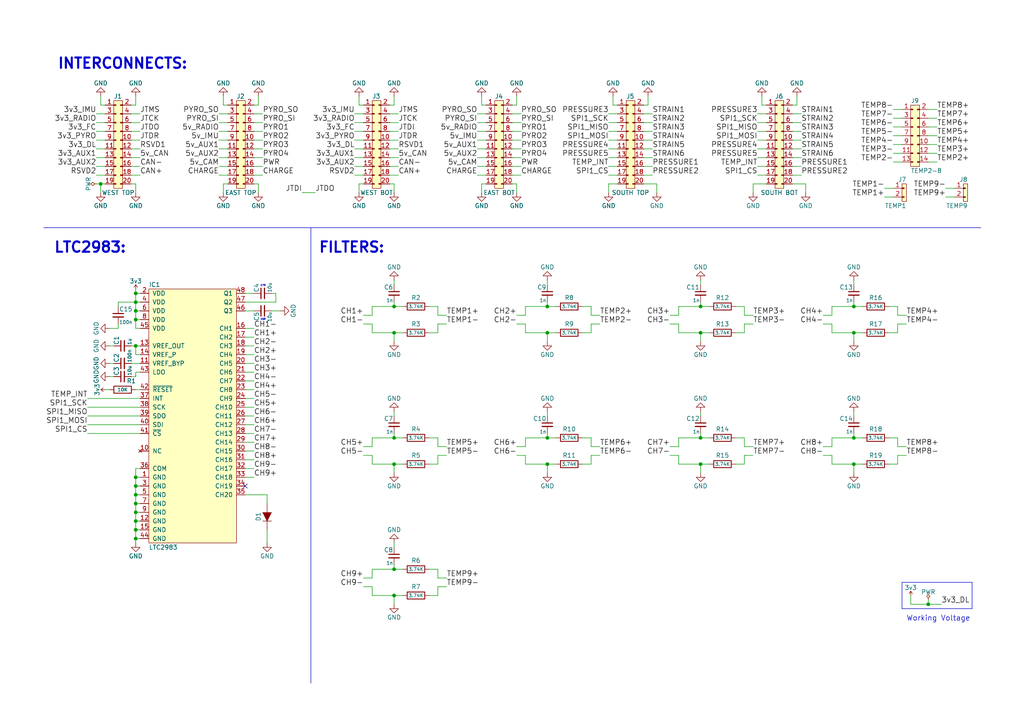
<source format=kicad_sch>
(kicad_sch (version 20230121) (generator eeschema)
  (paper "A4")
  (title_block (title "m3dl - Temperature") (date "2016-06-11") (rev "1") (company "Cambridge University Space Flight") (comment 1 "Matt Coates"))
  (junction (at 158.75 88.9))
  (junction (at 39.37 146.05))
  (junction (at 29.21 53.34))
  (junction (at 39.37 90.17))
  (junction (at 203.2 96.52))
  (junction (at 114.3 127))
  (junction (at 203.2 88.9))
  (junction (at 114.3 172.72))
  (junction (at 247.65 88.9))
  (junction (at 247.65 127))
  (junction (at 203.2 134.62))
  (junction (at 269.24 175.26))
  (junction (at 247.65 96.52))
  (junction (at 114.3 134.62))
  (junction (at 247.65 134.62))
  (junction (at 39.37 140.97))
  (junction (at 39.37 151.13))
  (junction (at 39.37 100.33))
  (junction (at 39.37 153.67))
  (junction (at 39.37 143.51))
  (junction (at 39.37 156.21))
  (junction (at 39.37 85.09))
  (junction (at 158.75 96.52))
  (junction (at 39.37 138.43))
  (junction (at 39.37 87.63))
  (junction (at 158.75 134.62))
  (junction (at 39.37 92.71))
  (junction (at 39.37 148.59))
  (junction (at 114.3 165.1))
  (junction (at 158.75 127))
  (junction (at 114.3 88.9))
  (junction (at 114.3 96.52))
  (junction (at 203.2 127))
  (no_connect (at 71.12 140.97))
  (wire (pts (xy 179.07 48.26) (xy 176.53 48.26)))
  (wire (pts (xy 171.45 88.9) (xy 171.45 91.44)))
  (wire (pts (xy 203.2 134.62) (xy 205.74 134.62)))
  (wire (pts (xy 196.85 93.98) (xy 196.85 96.52)))
  (wire (pts (xy 151.13 48.26) (xy 148.59 48.26)))
  (wire (pts (xy 158.75 88.9) (xy 161.29 88.9)))
  (wire (pts (xy 107.95 96.52) (xy 114.3 96.52)))
  (wire (pts (xy 114.3 127) (xy 116.84 127)))
  (wire (pts (xy 71.12 138.43) (xy 73.66 138.43)))
  (wire (pts (xy 196.85 129.54) (xy 194.31 129.54)))
  (wire (pts (xy 25.4 118.11) (xy 40.64 118.11)))
  (wire (pts (xy 203.2 82.55) (xy 203.2 81.28)))
  (wire (pts (xy 259.08 36.83) (xy 261.62 36.83)))
  (wire (pts (xy 241.3 129.54) (xy 238.76 129.54)))
  (wire (pts (xy 38.1 38.1) (xy 40.64 38.1)))
  (wire (pts (xy 139.7 53.34) (xy 139.7 55.88)))
  (wire (pts (xy 127 170.18) (xy 127 172.72)))
  (wire (pts (xy 194.31 132.08) (xy 196.85 132.08)))
  (wire (pts (xy 114.3 134.62) (xy 116.84 134.62)))
  (wire (pts (xy 148.59 43.18) (xy 151.13 43.18)))
  (wire (pts (xy 179.07 38.1) (xy 176.53 38.1)))
  (wire (pts (xy 158.75 96.52) (xy 161.29 96.52)))
  (wire (pts (xy 127 167.64) (xy 129.54 167.64)))
  (wire (pts (xy 260.35 127) (xy 260.35 129.54)))
  (wire (pts (xy 31.75 95.25) (xy 34.29 95.25)))
  (wire (pts (xy 113.03 33.02) (xy 115.57 33.02)))
  (wire (pts (xy 241.3 96.52) (xy 247.65 96.52)))
  (wire (pts (xy 152.4 88.9) (xy 158.75 88.9)))
  (wire (pts (xy 158.75 87.63) (xy 158.75 88.9)))
  (wire (pts (xy 63.5 45.72) (xy 66.04 45.72)))
  (wire (pts (xy 71.12 87.63) (xy 80.01 87.63)))
  (wire (pts (xy 152.4 91.44) (xy 149.86 91.44)))
  (wire (pts (xy 232.41 40.64) (xy 229.87 40.64)))
  (wire (pts (xy 152.4 91.44) (xy 152.4 88.9)))
  (wire (pts (xy 149.86 30.48) (xy 148.59 30.48)))
  (wire (pts (xy 222.25 38.1) (xy 219.71 38.1)))
  (wire (pts (xy 105.41 38.1) (xy 102.87 38.1)))
  (wire (pts (xy 215.9 132.08) (xy 215.9 134.62)))
  (wire (pts (xy 39.37 87.63) (xy 40.64 87.63)))
  (wire (pts (xy 233.68 53.34) (xy 233.68 55.88)))
  (wire (pts (xy 104.14 53.34) (xy 104.14 55.88)))
  (wire (pts (xy 71.12 105.41) (xy 73.66 105.41)))
  (wire (pts (xy 71.12 133.35) (xy 73.66 133.35)))
  (wire (pts (xy 114.3 96.52) (xy 116.84 96.52)))
  (wire (pts (xy 71.12 130.81) (xy 73.66 130.81)))
  (wire (pts (xy 71.12 135.89) (xy 73.66 135.89)))
  (wire (pts (xy 114.3 120.65) (xy 114.3 119.38)))
  (wire (pts (xy 158.75 125.73) (xy 158.75 127)))
  (wire (pts (xy 105.41 40.64) (xy 102.87 40.64)))
  (wire (pts (xy 260.35 132.08) (xy 262.89 132.08)))
  (wire (pts (xy 73.66 85.09) (xy 71.12 85.09)))
  (wire (pts (xy 39.37 102.87) (xy 40.64 102.87)))
  (wire (pts (xy 229.87 50.8) (xy 232.41 50.8)))
  (wire (pts (xy 269.24 41.91) (xy 271.78 41.91)))
  (wire (pts (xy 194.31 93.98) (xy 196.85 93.98)))
  (wire (pts (xy 215.9 88.9) (xy 213.36 88.9)))
  (wire (pts (xy 171.45 93.98) (xy 171.45 96.52)))
  (wire (pts (xy 186.69 45.72) (xy 189.23 45.72)))
  (wire (pts (xy 114.3 82.55) (xy 114.3 81.28)))
  (wire (pts (xy 171.45 93.98) (xy 173.99 93.98)))
  (wire (pts (xy 241.3 93.98) (xy 241.3 96.52)))
  (wire (pts (xy 196.85 91.44) (xy 196.85 88.9)))
  (wire (pts (xy 78.74 90.17) (xy 81.28 90.17)))
  (wire (pts (xy 139.7 27.94) (xy 139.7 30.48)))
  (wire (pts (xy 64.77 53.34) (xy 64.77 55.88)))
  (wire (pts (xy 73.66 43.18) (xy 76.2 43.18)))
  (wire (pts (xy 39.37 95.25) (xy 40.64 95.25)))
  (wire (pts (xy 127 93.98) (xy 127 96.52)))
  (wire (pts (xy 152.4 127) (xy 158.75 127)))
  (wire (pts (xy 196.85 91.44) (xy 194.31 91.44)))
  (wire (pts (xy 39.37 148.59) (xy 39.37 151.13)))
  (wire (pts (xy 105.41 53.34) (xy 104.14 53.34)))
  (wire (pts (xy 138.43 45.72) (xy 140.97 45.72)))
  (wire (pts (xy 149.86 53.34) (xy 149.86 55.88)))
  (wire (pts (xy 196.85 132.08) (xy 196.85 134.62)))
  (wire (pts (xy 30.48 35.56) (xy 27.94 35.56)))
  (wire (pts (xy 40.64 135.89) (xy 39.37 135.89)))
  (wire (pts (xy 31.75 100.33) (xy 33.02 100.33)))
  (wire (pts (xy 148.59 45.72) (xy 151.13 45.72)))
  (wire (pts (xy 151.13 35.56) (xy 148.59 35.56)))
  (wire (pts (xy 158.75 120.65) (xy 158.75 119.38)))
  (wire (pts (xy 39.37 90.17) (xy 40.64 90.17)))
  (wire (pts (xy 179.07 43.18) (xy 176.53 43.18)))
  (wire (pts (xy 215.9 96.52) (xy 213.36 96.52)))
  (wire (pts (xy 114.3 165.1) (xy 114.3 163.83)))
  (wire (pts (xy 264.16 175.26) (xy 269.24 175.26)))
  (wire (pts (xy 241.3 127) (xy 247.65 127)))
  (wire (pts (xy 127 165.1) (xy 127 167.64)))
  (wire (pts (xy 39.37 151.13) (xy 39.37 153.67)))
  (wire (pts (xy 140.97 33.02) (xy 138.43 33.02)))
  (wire (pts (xy 176.53 50.8) (xy 179.07 50.8)))
  (wire (pts (xy 203.2 120.65) (xy 203.2 119.38)))
  (wire (pts (xy 176.53 40.64) (xy 179.07 40.64)))
  (wire (pts (xy 114.3 27.94) (xy 114.3 30.48)))
  (wire (pts (xy 238.76 93.98) (xy 241.3 93.98)))
  (wire (pts (xy 76.2 40.64) (xy 73.66 40.64)))
  (wire (pts (xy 259.08 57.15) (xy 256.54 57.15)))
  (wire (pts (xy 107.95 134.62) (xy 114.3 134.62)))
  (wire (pts (xy 27.94 53.34) (xy 29.21 53.34)))
  (wire (pts (xy 66.04 43.18) (xy 63.5 43.18)))
  (wire (pts (xy 127 134.62) (xy 124.46 134.62)))
  (wire (pts (xy 38.1 53.34) (xy 39.37 53.34)))
  (wire (pts (xy 71.12 143.51) (xy 77.47 143.51)))
  (polyline (pts (xy 281.94 176.53) (xy 281.94 168.91)))
  (wire (pts (xy 107.95 88.9) (xy 114.3 88.9)))
  (wire (pts (xy 25.4 123.19) (xy 40.64 123.19)))
  (wire (pts (xy 71.12 95.25) (xy 73.66 95.25)))
  (wire (pts (xy 107.95 93.98) (xy 107.95 96.52)))
  (wire (pts (xy 71.12 113.03) (xy 73.66 113.03)))
  (wire (pts (xy 149.86 132.08) (xy 152.4 132.08)))
  (wire (pts (xy 114.3 172.72) (xy 116.84 172.72)))
  (wire (pts (xy 114.3 165.1) (xy 116.84 165.1)))
  (wire (pts (xy 39.37 85.09) (xy 39.37 87.63)))
  (wire (pts (xy 114.3 30.48) (xy 113.03 30.48)))
  (wire (pts (xy 105.41 50.8) (xy 102.87 50.8)))
  (wire (pts (xy 148.59 50.8) (xy 151.13 50.8)))
  (wire (pts (xy 148.59 33.02) (xy 151.13 33.02)))
  (wire (pts (xy 113.03 48.26) (xy 115.57 48.26)))
  (wire (pts (xy 74.93 53.34) (xy 74.93 55.88)))
  (wire (pts (xy 64.77 27.94) (xy 64.77 30.48)))
  (wire (pts (xy 229.87 43.18) (xy 232.41 43.18)))
  (wire (pts (xy 66.04 33.02) (xy 63.5 33.02)))
  (wire (pts (xy 269.24 39.37) (xy 271.78 39.37)))
  (wire (pts (xy 114.3 96.52) (xy 114.3 99.06)))
  (wire (pts (xy 220.98 27.94) (xy 220.98 30.48)))
  (wire (pts (xy 215.9 134.62) (xy 213.36 134.62)))
  (wire (pts (xy 39.37 107.95) (xy 40.64 107.95)))
  (wire (pts (xy 105.41 33.02) (xy 102.87 33.02)))
  (wire (pts (xy 231.14 30.48) (xy 229.87 30.48)))
  (wire (pts (xy 158.75 134.62) (xy 161.29 134.62)))
  (wire (pts (xy 127 127) (xy 124.46 127)))
  (wire (pts (xy 127 132.08) (xy 129.54 132.08)))
  (wire (pts (xy 73.66 38.1) (xy 76.2 38.1)))
  (wire (pts (xy 187.96 27.94) (xy 187.96 30.48)))
  (wire (pts (xy 247.65 88.9) (xy 250.19 88.9)))
  (wire (pts (xy 39.37 92.71) (xy 40.64 92.71)))
  (wire (pts (xy 222.25 33.02) (xy 219.71 33.02)))
  (wire (pts (xy 71.12 90.17) (xy 73.66 90.17)))
  (wire (pts (xy 74.93 27.94) (xy 74.93 30.48)))
  (wire (pts (xy 39.37 156.21) (xy 40.64 156.21)))
  (wire (pts (xy 148.59 53.34) (xy 149.86 53.34)))
  (wire (pts (xy 107.95 167.64) (xy 105.41 167.64)))
  (wire (pts (xy 215.9 88.9) (xy 215.9 91.44)))
  (wire (pts (xy 261.62 31.75) (xy 259.08 31.75)))
  (wire (pts (xy 276.86 57.15) (xy 274.32 57.15)))
  (wire (pts (xy 269.24 46.99) (xy 271.78 46.99)))
  (wire (pts (xy 107.95 167.64) (xy 107.95 165.1)))
  (wire (pts (xy 25.4 115.57) (xy 40.64 115.57)))
  (wire (pts (xy 38.1 50.8) (xy 40.64 50.8)))
  (wire (pts (xy 218.44 53.34) (xy 222.25 53.34)))
  (wire (pts (xy 139.7 30.48) (xy 140.97 30.48)))
  (wire (pts (xy 29.21 27.94) (xy 29.21 30.48)))
  (wire (pts (xy 259.08 34.29) (xy 261.62 34.29)))
  (wire (pts (xy 148.59 38.1) (xy 151.13 38.1)))
  (wire (pts (xy 196.85 88.9) (xy 203.2 88.9)))
  (wire (pts (xy 189.23 40.64) (xy 186.69 40.64)))
  (wire (pts (xy 158.75 134.62) (xy 158.75 137.16)))
  (wire (pts (xy 29.21 30.48) (xy 30.48 30.48)))
  (wire (pts (xy 232.41 35.56) (xy 229.87 35.56)))
  (wire (pts (xy 203.2 134.62) (xy 203.2 137.16)))
  (wire (pts (xy 34.29 88.9) (xy 34.29 87.63)))
  (wire (pts (xy 190.5 53.34) (xy 190.5 55.88)))
  (wire (pts (xy 33.02 105.41) (xy 31.75 105.41)))
  (wire (pts (xy 149.86 93.98) (xy 152.4 93.98)))
  (wire (pts (xy 171.45 134.62) (xy 168.91 134.62)))
  (wire (pts (xy 176.53 53.34) (xy 176.53 55.88)))
  (wire (pts (xy 176.53 53.34) (xy 179.07 53.34)))
  (wire (pts (xy 203.2 125.73) (xy 203.2 127)))
  (wire (pts (xy 229.87 45.72) (xy 232.41 45.72)))
  (wire (pts (xy 215.9 129.54) (xy 218.44 129.54)))
  (wire (pts (xy 38.1 109.22) (xy 39.37 109.22)))
  (wire (pts (xy 39.37 100.33) (xy 39.37 102.87)))
  (wire (pts (xy 171.45 127) (xy 168.91 127)))
  (wire (pts (xy 127 96.52) (xy 124.46 96.52)))
  (wire (pts (xy 40.64 138.43) (xy 39.37 138.43)))
  (wire (pts (xy 222.25 48.26) (xy 219.71 48.26)))
  (wire (pts (xy 241.3 134.62) (xy 247.65 134.62)))
  (wire (pts (xy 232.41 48.26) (xy 229.87 48.26)))
  (wire (pts (xy 247.65 96.52) (xy 250.19 96.52)))
  (wire (pts (xy 39.37 153.67) (xy 40.64 153.67)))
  (wire (pts (xy 30.48 50.8) (xy 27.94 50.8)))
  (wire (pts (xy 127 91.44) (xy 129.54 91.44)))
  (wire (pts (xy 38.1 40.64) (xy 40.64 40.64)))
  (wire (pts (xy 39.37 53.34) (xy 39.37 55.88)))
  (wire (pts (xy 264.16 172.72) (xy 264.16 175.26)))
  (wire (pts (xy 66.04 48.26) (xy 63.5 48.26)))
  (wire (pts (xy 176.53 35.56) (xy 179.07 35.56)))
  (wire (pts (xy 222.25 40.64) (xy 219.71 40.64)))
  (wire (pts (xy 220.98 30.48) (xy 222.25 30.48)))
  (wire (pts (xy 39.37 143.51) (xy 40.64 143.51)))
  (wire (pts (xy 229.87 38.1) (xy 232.41 38.1)))
  (wire (pts (xy 152.4 129.54) (xy 149.86 129.54)))
  (wire (pts (xy 30.48 40.64) (xy 27.94 40.64)))
  (wire (pts (xy 187.96 30.48) (xy 186.69 30.48)))
  (wire (pts (xy 107.95 91.44) (xy 105.41 91.44)))
  (wire (pts (xy 241.3 132.08) (xy 241.3 134.62)))
  (wire (pts (xy 203.2 87.63) (xy 203.2 88.9)))
  (wire (pts (xy 218.44 53.34) (xy 218.44 55.88)))
  (wire (pts (xy 39.37 146.05) (xy 39.37 148.59)))
  (wire (pts (xy 127 172.72) (xy 124.46 172.72)))
  (wire (pts (xy 105.41 45.72) (xy 102.87 45.72)))
  (wire (pts (xy 27.94 48.26) (xy 30.48 48.26)))
  (wire (pts (xy 196.85 96.52) (xy 203.2 96.52)))
  (wire (pts (xy 260.35 132.08) (xy 260.35 134.62)))
  (wire (pts (xy 39.37 140.97) (xy 39.37 143.51)))
  (wire (pts (xy 247.65 134.62) (xy 247.65 137.16)))
  (wire (pts (xy 152.4 129.54) (xy 152.4 127)))
  (wire (pts (xy 114.3 158.75) (xy 114.3 157.48)))
  (wire (pts (xy 66.04 53.34) (xy 64.77 53.34)))
  (wire (pts (xy 105.41 43.18) (xy 102.87 43.18)))
  (wire (pts (xy 39.37 109.22) (xy 39.37 107.95)))
  (wire (pts (xy 171.45 132.08) (xy 173.99 132.08)))
  (wire (pts (xy 30.48 38.1) (xy 27.94 38.1)))
  (wire (pts (xy 73.66 45.72) (xy 76.2 45.72)))
  (wire (pts (xy 259.08 44.45) (xy 261.62 44.45)))
  (wire (pts (xy 260.35 91.44) (xy 262.89 91.44)))
  (wire (pts (xy 241.3 129.54) (xy 241.3 127)))
  (wire (pts (xy 38.1 100.33) (xy 39.37 100.33)))
  (wire (pts (xy 107.95 172.72) (xy 114.3 172.72)))
  (wire (pts (xy 229.87 33.02) (xy 232.41 33.02)))
  (wire (pts (xy 64.77 30.48) (xy 66.04 30.48)))
  (wire (pts (xy 113.03 40.64) (xy 115.57 40.64)))
  (wire (pts (xy 39.37 90.17) (xy 39.37 92.71)))
  (wire (pts (xy 39.37 92.71) (xy 39.37 95.25)))
  (wire (pts (xy 186.69 38.1) (xy 189.23 38.1)))
  (wire (pts (xy 107.95 129.54) (xy 107.95 127)))
  (wire (pts (xy 80.01 85.09) (xy 78.74 85.09)))
  (wire (pts (xy 105.41 35.56) (xy 102.87 35.56)))
  (wire (pts (xy 259.08 41.91) (xy 261.62 41.91)))
  (wire (pts (xy 241.3 91.44) (xy 238.76 91.44)))
  (wire (pts (xy 127 93.98) (xy 129.54 93.98)))
  (wire (pts (xy 71.12 100.33) (xy 73.66 100.33)))
  (wire (pts (xy 219.71 35.56) (xy 222.25 35.56)))
  (wire (pts (xy 247.65 82.55) (xy 247.65 81.28)))
  (wire (pts (xy 71.12 110.49) (xy 73.66 110.49)))
  (wire (pts (xy 219.71 50.8) (xy 222.25 50.8)))
  (wire (pts (xy 140.97 53.34) (xy 139.7 53.34)))
  (wire (pts (xy 215.9 127) (xy 213.36 127)))
  (wire (pts (xy 215.9 93.98) (xy 218.44 93.98)))
  (wire (pts (xy 73.66 50.8) (xy 76.2 50.8)))
  (wire (pts (xy 114.3 88.9) (xy 116.84 88.9)))
  (wire (pts (xy 196.85 127) (xy 203.2 127)))
  (wire (pts (xy 138.43 35.56) (xy 140.97 35.56)))
  (wire (pts (xy 30.48 45.72) (xy 27.94 45.72)))
  (wire (pts (xy 238.76 132.08) (xy 241.3 132.08)))
  (wire (pts (xy 71.12 128.27) (xy 73.66 128.27)))
  (wire (pts (xy 33.02 109.22) (xy 31.75 109.22)))
  (wire (pts (xy 71.12 115.57) (xy 73.66 115.57)))
  (wire (pts (xy 39.37 138.43) (xy 39.37 140.97)))
  (wire (pts (xy 186.69 43.18) (xy 189.23 43.18)))
  (wire (pts (xy 241.3 91.44) (xy 241.3 88.9)))
  (wire (pts (xy 171.45 127) (xy 171.45 129.54)))
  (wire (pts (xy 140.97 38.1) (xy 138.43 38.1)))
  (wire (pts (xy 203.2 127) (xy 205.74 127)))
  (wire (pts (xy 71.12 97.79) (xy 73.66 97.79)))
  (wire (pts (xy 219.71 43.18) (xy 222.25 43.18)))
  (wire (pts (xy 29.21 53.34) (xy 30.48 53.34)))
  (wire (pts (xy 87.63 55.88) (xy 91.44 55.88)))
  (wire (pts (xy 31.75 113.03) (xy 30.48 113.03)))
  (wire (pts (xy 127 127) (xy 127 129.54)))
  (wire (pts (xy 38.1 35.56) (xy 40.64 35.56)))
  (wire (pts (xy 215.9 93.98) (xy 215.9 96.52)))
  (wire (pts (xy 138.43 50.8) (xy 140.97 50.8)))
  (wire (pts (xy 140.97 43.18) (xy 138.43 43.18)))
  (wire (pts (xy 104.14 27.94) (xy 104.14 30.48)))
  (wire (pts (xy 247.65 87.63) (xy 247.65 88.9)))
  (wire (pts (xy 38.1 43.18) (xy 40.64 43.18)))
  (wire (pts (xy 177.8 27.94) (xy 177.8 30.48)))
  (wire (pts (xy 114.3 175.26) (xy 114.3 172.72)))
  (wire (pts (xy 151.13 40.64) (xy 148.59 40.64)))
  (wire (pts (xy 127 170.18) (xy 129.54 170.18)))
  (wire (pts (xy 271.78 31.75) (xy 269.24 31.75)))
  (wire (pts (xy 71.12 102.87) (xy 73.66 102.87)))
  (wire (pts (xy 260.35 96.52) (xy 257.81 96.52)))
  (wire (pts (xy 107.95 91.44) (xy 107.95 88.9)))
  (wire (pts (xy 186.69 50.8) (xy 189.23 50.8)))
  (wire (pts (xy 215.9 127) (xy 215.9 129.54)))
  (wire (pts (xy 152.4 134.62) (xy 158.75 134.62)))
  (wire (pts (xy 66.04 38.1) (xy 63.5 38.1)))
  (wire (pts (xy 77.47 143.51) (xy 77.47 146.05)))
  (wire (pts (xy 260.35 93.98) (xy 260.35 96.52)))
  (wire (pts (xy 269.24 175.26) (xy 273.05 175.26)))
  (wire (pts (xy 104.14 30.48) (xy 105.41 30.48)))
  (wire (pts (xy 269.24 44.45) (xy 271.78 44.45)))
  (wire (pts (xy 107.95 129.54) (xy 105.41 129.54)))
  (wire (pts (xy 39.37 85.09) (xy 40.64 85.09)))
  (wire (pts (xy 39.37 153.67) (xy 39.37 156.21)))
  (wire (pts (xy 269.24 34.29) (xy 271.78 34.29)))
  (wire (pts (xy 105.41 132.08) (xy 107.95 132.08)))
  (polyline (pts (xy 261.62 168.91) (xy 281.94 168.91)))
  (wire (pts (xy 215.9 91.44) (xy 218.44 91.44)))
  (wire (pts (xy 247.65 120.65) (xy 247.65 119.38)))
  (wire (pts (xy 39.37 100.33) (xy 40.64 100.33)))
  (wire (pts (xy 247.65 134.62) (xy 250.19 134.62)))
  (wire (pts (xy 219.71 45.72) (xy 222.25 45.72)))
  (wire (pts (xy 260.35 88.9) (xy 260.35 91.44)))
  (wire (pts (xy 107.95 170.18) (xy 107.95 172.72)))
  (wire (pts (xy 229.87 53.34) (xy 233.68 53.34)))
  (wire (pts (xy 203.2 88.9) (xy 205.74 88.9)))
  (wire (pts (xy 269.24 36.83) (xy 271.78 36.83)))
  (wire (pts (xy 105.41 170.18) (xy 107.95 170.18)))
  (wire (pts (xy 260.35 127) (xy 257.81 127)))
  (wire (pts (xy 158.75 127) (xy 161.29 127)))
  (wire (pts (xy 71.12 123.19) (xy 73.66 123.19)))
  (wire (pts (xy 113.03 50.8) (xy 115.57 50.8)))
  (wire (pts (xy 158.75 82.55) (xy 158.75 81.28)))
  (wire (pts (xy 39.37 87.63) (xy 39.37 90.17)))
  (wire (pts (xy 76.2 35.56) (xy 73.66 35.56)))
  (wire (pts (xy 152.4 93.98) (xy 152.4 96.52)))
  (wire (pts (xy 38.1 33.02) (xy 40.64 33.02)))
  (wire (pts (xy 29.21 53.34) (xy 29.21 55.88)))
  (wire (pts (xy 256.54 54.61) (xy 259.08 54.61)))
  (wire (pts (xy 260.35 134.62) (xy 257.81 134.62)))
  (wire (pts (xy 39.37 148.59) (xy 40.64 148.59)))
  (wire (pts (xy 39.37 83.82) (xy 39.37 85.09)))
  (wire (pts (xy 39.37 135.89) (xy 39.37 138.43)))
  (wire (pts (xy 102.87 48.26) (xy 105.41 48.26)))
  (wire (pts (xy 189.23 48.26) (xy 186.69 48.26)))
  (wire (pts (xy 71.12 120.65) (xy 73.66 120.65)))
  (wire (pts (xy 203.2 96.52) (xy 203.2 99.06)))
  (wire (pts (xy 25.4 125.73) (xy 40.64 125.73)))
  (wire (pts (xy 39.37 113.03) (xy 40.64 113.03)))
  (wire (pts (xy 113.03 35.56) (xy 115.57 35.56)))
  (wire (pts (xy 114.3 125.73) (xy 114.3 127)))
  (wire (pts (xy 196.85 134.62) (xy 203.2 134.62)))
  (wire (pts (xy 34.29 95.25) (xy 34.29 93.98)))
  (wire (pts (xy 39.37 151.13) (xy 40.64 151.13)))
  (wire (pts (xy 25.4 120.65) (xy 40.64 120.65)))
  (polyline (pts (xy 261.62 176.53) (xy 281.94 176.53)))
  (wire (pts (xy 203.2 96.52) (xy 205.74 96.52)))
  (wire (pts (xy 259.08 46.99) (xy 261.62 46.99)))
  (wire (pts (xy 76.2 48.26) (xy 73.66 48.26)))
  (wire (pts (xy 269.24 173.99) (xy 269.24 175.26)))
  (wire (pts (xy 196.85 129.54) (xy 196.85 127)))
  (wire (pts (xy 30.48 43.18) (xy 27.94 43.18)))
  (wire (pts (xy 127 88.9) (xy 127 91.44)))
  (wire (pts (xy 231.14 27.94) (xy 231.14 30.48)))
  (wire (pts (xy 80.01 87.63) (xy 80.01 85.09)))
  (wire (pts (xy 107.95 127) (xy 114.3 127)))
  (wire (pts (xy 39.37 156.21) (xy 39.37 157.48)))
  (wire (pts (xy 152.4 132.08) (xy 152.4 134.62)))
  (wire (pts (xy 38.1 45.72) (xy 40.64 45.72)))
  (wire (pts (xy 114.3 53.34) (xy 114.3 55.88)))
  (wire (pts (xy 138.43 40.64) (xy 140.97 40.64)))
  (wire (pts (xy 63.5 40.64) (xy 66.04 40.64)))
  (wire (pts (xy 189.23 35.56) (xy 186.69 35.56)))
  (polyline (pts (xy 261.62 176.53) (xy 261.62 168.91)))
  (wire (pts (xy 105.41 93.98) (xy 107.95 93.98)))
  (wire (pts (xy 140.97 48.26) (xy 138.43 48.26)))
  (polyline (pts (xy 90.17 66.04) (xy 90.17 198.12)))
  (wire (pts (xy 127 88.9) (xy 124.46 88.9)))
  (wire (pts (xy 260.35 93.98) (xy 262.89 93.98)))
  (wire (pts (xy 34.29 87.63) (xy 39.37 87.63)))
  (wire (pts (xy 158.75 96.52) (xy 158.75 99.06)))
  (wire (pts (xy 114.3 87.63) (xy 114.3 88.9)))
  (wire (pts (xy 71.12 118.11) (xy 73.66 118.11)))
  (wire (pts (xy 176.53 45.72) (xy 179.07 45.72)))
  (wire (pts (xy 247.65 125.73) (xy 247.65 127)))
  (wire (pts (xy 179.07 33.02) (xy 176.53 33.02)))
  (wire (pts (xy 247.65 127) (xy 250.19 127)))
  (wire (pts (xy 107.95 165.1) (xy 114.3 165.1)))
  (wire (pts (xy 186.69 33.02) (xy 189.23 33.02)))
  (wire (pts (xy 39.37 27.94) (xy 39.37 30.48)))
  (wire (pts (xy 127 132.08) (xy 127 134.62)))
  (wire (pts (xy 74.93 30.48) (xy 73.66 30.48)))
  (wire (pts (xy 71.12 107.95) (xy 73.66 107.95)))
  (wire (pts (xy 259.08 39.37) (xy 261.62 39.37)))
  (wire (pts (xy 39.37 146.05) (xy 40.64 146.05)))
  (wire (pts (xy 247.65 96.52) (xy 247.65 99.06)))
  (wire (pts (xy 63.5 35.56) (xy 66.04 35.56)))
  (wire (pts (xy 171.45 132.08) (xy 171.45 134.62)))
  (wire (pts (xy 177.8 30.48) (xy 179.07 30.48)))
  (wire (pts (xy 149.86 27.94) (xy 149.86 30.48)))
  (wire (pts (xy 114.3 134.62) (xy 114.3 137.16)))
  (wire (pts (xy 241.3 88.9) (xy 247.65 88.9)))
  (wire (pts (xy 171.45 88.9) (xy 168.91 88.9)))
  (wire (pts (xy 73.66 53.34) (xy 74.93 53.34)))
  (wire (pts (xy 274.32 54.61) (xy 276.86 54.61)))
  (wire (pts (xy 260.35 129.54) (xy 262.89 129.54)))
  (wire (pts (xy 39.37 143.51) (xy 39.37 146.05)))
  (wire (pts (xy 171.45 129.54) (xy 173.99 129.54)))
  (wire (pts (xy 73.66 33.02) (xy 76.2 33.02)))
  (wire (pts (xy 77.47 153.67) (xy 77.47 157.48)))
  (wire (pts (xy 260.35 88.9) (xy 257.81 88.9)))
  (wire (pts (xy 113.03 43.18) (xy 115.57 43.18)))
  (wire (pts (xy 215.9 132.08) (xy 218.44 132.08)))
  (wire (pts (xy 127 165.1) (xy 124.46 165.1)))
  (wire (pts (xy 39.37 30.48) (xy 38.1 30.48)))
  (wire (pts (xy 71.12 125.73) (xy 73.66 125.73)))
  (wire (pts (xy 113.03 38.1) (xy 115.57 38.1)))
  (polyline (pts (xy 12.7 66.04) (xy 284.48 66.04)))
  (wire (pts (xy 38.1 105.41) (xy 40.64 105.41)))
  (wire (pts (xy 171.45 91.44) (xy 173.99 91.44)))
  (wire (pts (xy 113.03 45.72) (xy 115.57 45.72)))
  (wire (pts (xy 127 129.54) (xy 129.54 129.54)))
  (wire (pts (xy 152.4 96.52) (xy 158.75 96.52)))
  (wire (pts (xy 107.95 132.08) (xy 107.95 134.62)))
  (wire (pts (xy 39.37 140.97) (xy 40.64 140.97)))
  (wire (pts (xy 30.48 33.02) (xy 27.94 33.02)))
  (wire (pts (xy 186.69 53.34) (xy 190.5 53.34)))
  (wire (pts (xy 171.45 96.52) (xy 168.91 96.52)))
  (wire (pts (xy 113.03 53.34) (xy 114.3 53.34)))
  (wire (pts (xy 63.5 50.8) (xy 66.04 50.8)))
  (wire (pts (xy 38.1 48.26) (xy 40.64 48.26)))
  (text "X5R" (at 75.4888 93.0656 0) (effects (font (size 0.508 0.508)) (justify left bottom)))
  (text "FILTERS:" (at 111.76 73.66 0) (effects (font (size 2.9972 2.9972) (thickness 0.5994) bold) (justify right bottom)))
  (text "LTC2983:" (at 36.83 73.66 0) (effects (font (size 2.9972 2.9972) (thickness 0.5994) bold) (justify right bottom)))
  (text "INTERCONNECTS:" (at 54.61 20.32 0) (effects (font (size 2.9972 2.9972) (thickness 0.5994) bold) (justify right bottom)))
  (text "X7R" (at 75.4888 83.2612 0) (effects (font (size 0.508 0.508)) (justify left bottom)))
  (text "Working Voltage" (at 262.89 180.34 0) (effects (font (size 1.524 1.524)) (justify left bottom)))
  (label "PYRO1" (at 76.2 38.1 0) (effects (font (size 1.524 1.524))))
  (label "PRESSURE4" (at 219.71 43.18 180) (effects (font (size 1.524 1.524))))
  (label "TEMP6+" (at 173.99 129.54 0) (effects (font (size 1.524 1.524))))
  (label "PWR" (at 151.13 48.26 0) (effects (font (size 1.524 1.524))))
  (label "SPI1_MOSI" (at 176.53 40.64 180) (effects (font (size 1.524 1.524))))
  (label "PRESSURE1" (at 232.41 48.26 0) (effects (font (size 1.524 1.524))))
  (label "TEMP7+" (at 218.44 129.54 0) (effects (font (size 1.524 1.524))))
  (label "CH6-" (at 73.66 120.65 0) (effects (font (size 1.524 1.524))))
  (label "PRESSURE5" (at 176.53 45.72 180) (effects (font (size 1.524 1.524))))
  (label "5v_AUX2" (at 63.5 45.72 180) (effects (font (size 1.524 1.524))))
  (label "PYRO1" (at 151.13 38.1 0) (effects (font (size 1.524 1.524))))
  (label "JTDR" (at 40.64 40.64 0) (effects (font (size 1.524 1.524))))
  (label "3v3_DL" (at 102.87 43.18 180) (effects (font (size 1.524 1.524))))
  (label "TEMP2+" (at 271.78 46.99 0) (effects (font (size 1.524 1.524))))
  (label "CHARGE" (at 76.2 50.8 0) (effects (font (size 1.524 1.524))))
  (label "CH2+" (at 73.66 102.87 0) (effects (font (size 1.524 1.524))))
  (label "PYRO_SI" (at 63.5 35.56 180) (effects (font (size 1.524 1.524))))
  (label "CH5+" (at 105.41 129.54 180) (effects (font (size 1.524 1.524))))
  (label "TEMP2-" (at 173.99 93.98 0) (effects (font (size 1.524 1.524))))
  (label "3v3_IMU" (at 102.87 33.02 180) (effects (font (size 1.524 1.524))))
  (label "SPI1_SCK" (at 25.4 118.11 180) (effects (font (size 1.524 1.524))))
  (label "SPI1_CS" (at 176.53 50.8 180) (effects (font (size 1.524 1.524))))
  (label "5v_CAM" (at 138.43 48.26 180) (effects (font (size 1.524 1.524))))
  (label "TEMP9+" (at 129.54 167.64 0) (effects (font (size 1.524 1.524))))
  (label "5v_CAM" (at 63.5 48.26 180) (effects (font (size 1.524 1.524))))
  (label "SPI1_SCK" (at 176.53 35.56 180) (effects (font (size 1.524 1.524))))
  (label "CH9+" (at 105.41 167.64 180) (effects (font (size 1.524 1.524))))
  (label "CH3-" (at 73.66 105.41 0) (effects (font (size 1.524 1.524))))
  (label "TEMP9-" (at 129.54 170.18 0) (effects (font (size 1.524 1.524))))
  (label "JTMS" (at 40.64 33.02 0) (effects (font (size 1.524 1.524))))
  (label "SPI1_MISO" (at 25.4 120.65 180) (effects (font (size 1.524 1.524))))
  (label "STRAIN5" (at 189.23 43.18 0) (effects (font (size 1.524 1.524))))
  (label "TEMP4+" (at 271.78 41.91 0) (effects (font (size 1.524 1.524))))
  (label "STRAIN6" (at 189.23 45.72 0) (effects (font (size 1.524 1.524))))
  (label "3v3_AUX1" (at 102.87 45.72 180) (effects (font (size 1.524 1.524))))
  (label "PYRO_SO" (at 76.2 33.02 0) (effects (font (size 1.524 1.524))))
  (label "CH1+" (at 73.66 97.79 0) (effects (font (size 1.524 1.524))))
  (label "SPI1_MISO" (at 219.71 38.1 180) (effects (font (size 1.524 1.524))))
  (label "SPI1_SCK" (at 219.71 35.56 180) (effects (font (size 1.524 1.524))))
  (label "CH4+" (at 73.66 113.03 0) (effects (font (size 1.524 1.524))))
  (label "CH4-" (at 238.76 93.98 180) (effects (font (size 1.524 1.524))))
  (label "TEMP8+" (at 262.89 129.54 0) (effects (font (size 1.524 1.524))))
  (label "TEMP3-" (at 218.44 93.98 0) (effects (font (size 1.524 1.524))))
  (label "SPI1_CS" (at 25.4 125.73 180) (effects (font (size 1.524 1.524))))
  (label "CH7-" (at 194.31 132.08 180) (effects (font (size 1.524 1.524))))
  (label "JTCK" (at 115.57 35.56 0) (effects (font (size 1.524 1.524))))
  (label "CAN-" (at 115.57 48.26 0) (effects (font (size 1.524 1.524))))
  (label "PYRO_SO" (at 63.5 33.02 180) (effects (font (size 1.524 1.524))))
  (label "3v3_PYRO" (at 27.94 40.64 180) (effects (font (size 1.524 1.524))))
  (label "CH1+" (at 105.41 91.44 180) (effects (font (size 1.524 1.524))))
  (label "PRESSURE4" (at 176.53 43.18 180) (effects (font (size 1.524 1.524))))
  (label "JTDO" (at 40.64 38.1 0) (effects (font (size 1.524 1.524))))
  (label "TEMP7-" (at 218.44 132.08 0) (effects (font (size 1.524 1.524))))
  (label "CH8+" (at 73.66 133.35 0) (effects (font (size 1.524 1.524))))
  (label "CH5+" (at 73.66 118.11 0) (effects (font (size 1.524 1.524))))
  (label "PYRO3" (at 151.13 43.18 0) (effects (font (size 1.524 1.524))))
  (label "TEMP3+" (at 218.44 91.44 0) (effects (font (size 1.524 1.524))))
  (label "3v3_AUX2" (at 27.94 48.26 180) (effects (font (size 1.524 1.524))))
  (label "STRAIN1" (at 232.41 33.02 0) (effects (font (size 1.524 1.524))))
  (label "CH2-" (at 73.66 100.33 0) (effects (font (size 1.524 1.524))))
  (label "CAN-" (at 40.64 48.26 0) (effects (font (size 1.524 1.524))))
  (label "5v_IMU" (at 63.5 40.64 180) (effects (font (size 1.524 1.524))))
  (label "TEMP1-" (at 256.54 54.61 180) (effects (font (size 1.524 1.524))))
  (label "TEMP6+" (at 271.78 36.83 0) (effects (font (size 1.524 1.524))))
  (label "SPI1_MOSI" (at 219.71 40.64 180) (effects (font (size 1.524 1.524))))
  (label "SPI1_MOSI" (at 25.4 123.19 180) (effects (font (size 1.524 1.524))))
  (label "CH3-" (at 194.31 93.98 180) (effects (font (size 1.524 1.524))))
  (label "3v3_FC" (at 102.87 38.1 180) (effects (font (size 1.524 1.524))))
  (label "JTDI" (at 115.57 38.1 0) (effects (font (size 1.524 1.524))))
  (label "JTMS" (at 115.57 33.02 0) (effects (font (size 1.524 1.524))))
  (label "3v3_RADIO" (at 27.94 35.56 180) (effects (font (size 1.524 1.524))))
  (label "PYRO3" (at 76.2 43.18 0) (effects (font (size 1.524 1.524))))
  (label "TEMP6-" (at 259.08 36.83 180) (effects (font (size 1.524 1.524))))
  (label "PYRO_SI" (at 151.13 35.56 0) (effects (font (size 1.524 1.524))))
  (label "PYRO4" (at 76.2 45.72 0) (effects (font (size 1.524 1.524))))
  (label "CH3+" (at 73.66 107.95 0) (effects (font (size 1.524 1.524))))
  (label "CH8+" (at 238.76 129.54 180) (effects (font (size 1.524 1.524))))
  (label "STRAIN5" (at 232.41 43.18 0) (effects (font (size 1.524 1.524))))
  (label "CHARGE" (at 63.5 50.8 180) (effects (font (size 1.524 1.524))))
  (label "5v_AUX1" (at 63.5 43.18 180) (effects (font (size 1.524 1.524))))
  (label "PRESSURE3" (at 219.71 33.02 180) (effects (font (size 1.524 1.524))))
  (label "CH5-" (at 105.41 132.08 180) (effects (font (size 1.524 1.524))))
  (label "PRESSURE1" (at 189.23 48.26 0) (effects (font (size 1.524 1.524))))
  (label "TEMP4+" (at 262.89 91.44 0) (effects (font (size 1.524 1.524))))
  (label "CH9-" (at 105.41 170.18 180) (effects (font (size 1.524 1.524))))
  (label "TEMP1+" (at 256.54 57.15 180) (effects (font (size 1.524 1.524))))
  (label "CH1-" (at 73.66 95.25 0) (effects (font (size 1.524 1.524))))
  (label "CAN+" (at 115.57 50.8 0) (effects (font (size 1.524 1.524))))
  (label "CAN+" (at 40.64 50.8 0) (effects (font (size 1.524 1.524))))
  (label "CHARGE" (at 151.13 50.8 0) (effects (font (size 1.524 1.524))))
  (label "3v3_AUX2" (at 102.87 48.26 180) (effects (font (size 1.524 1.524))))
  (label "TEMP1-" (at 129.54 93.98 0) (effects (font (size 1.524 1.524))))
  (label "TEMP7-" (at 259.08 34.29 180) (effects (font (size 1.524 1.524))))
  (label "5v_IMU" (at 138.43 40.64 180) (effects (font (size 1.524 1.524))))
  (label "STRAIN3" (at 189.23 38.1 0) (effects (font (size 1.524 1.524))))
  (label "PYRO_SO" (at 138.43 33.02 180) (effects (font (size 1.524 1.524))))
  (label "SPI1_CS" (at 219.71 50.8 180) (effects (font (size 1.524 1.524))))
  (label "STRAIN1" (at 189.23 33.02 0) (effects (font (size 1.524 1.524))))
  (label "PYRO2" (at 76.2 40.64 0) (effects (font (size 1.524 1.524))))
  (label "CH8-" (at 238.76 132.08 180) (effects (font (size 1.524 1.524))))
  (label "3v3_FC" (at 27.94 38.1 180) (effects (font (size 1.524 1.524))))
  (label "PRESSURE3" (at 176.53 33.02 180) (effects (font (size 1.524 1.524))))
  (label "TEMP2+" (at 173.99 91.44 0) (effects (font (size 1.524 1.524))))
  (label "STRAIN3" (at 232.41 38.1 0) (effects (font (size 1.524 1.524))))
  (label "PYRO_SI" (at 76.2 35.56 0) (effects (font (size 1.524 1.524))))
  (label "3v3_AUX1" (at 27.94 45.72 180) (effects (font (size 1.524 1.524))))
  (label "PRESSURE5" (at 219.71 45.72 180) (effects (font (size 1.524 1.524))))
  (label "TEMP8-" (at 262.89 132.08 0) (effects (font (size 1.524 1.524))))
  (label "3v3_IMU" (at 27.94 33.02 180) (effects (font (size 1.524 1.524))))
  (label "JTCK" (at 40.64 35.56 0) (effects (font (size 1.524 1.524))))
  (label "TEMP8+" (at 271.78 31.75 0) (effects (font (size 1.524 1.524))))
  (label "PWR" (at 76.2 48.26 0) (effects (font (size 1.524 1.524))))
  (label "RSVD1" (at 115.57 43.18 0) (effects (font (size 1.524 1.524))))
  (label "CH8-" (at 73.66 130.81 0) (effects (font (size 1.524 1.524))))
  (label "CH3+" (at 194.31 91.44 180) (effects (font (size 1.524 1.524))))
  (label "TEMP8-" (at 259.08 31.75 180) (effects (font (size 1.524 1.524))))
  (label "PYRO_SI" (at 138.43 35.56 180) (effects (font (size 1.524 1.524))))
  (label "5v_RADIO" (at 63.5 38.1 180) (effects (font (size 1.524 1.524))))
  (label "CH5-" (at 73.66 115.57 0) (effects (font (size 1.524 1.524))))
  (label "CHARGE" (at 138.43 50.8 180) (effects (font (size 1.524 1.524))))
  (label "3v3_DL" (at 27.94 43.18 180) (effects (font (size 1.524 1.524))))
  (label "5v_AUX1" (at 138.43 43.18 180) (effects (font (size 1.524 1.524))))
  (label "TEMP_INT" (at 25.4 115.57 180) (effects (font (size 1.524 1.524))))
  (label "3v3_PYRO" (at 102.87 40.64 180) (effects (font (size 1.524 1.524))))
  (label "STRAIN4" (at 232.41 40.64 0) (effects (font (size 1.524 1.524))))
  (label "STRAIN4" (at 189.23 40.64 0) (effects (font (size 1.524 1.524))))
  (label "CH6+" (at 149.86 129.54 180) (effects (font (size 1.524 1.524))))
  (label "CH6+" (at 73.66 123.19 0) (effects (font (size 1.524 1.524))))
  (label "STRAIN2" (at 232.41 35.56 0) (effects (font (size 1.524 1.524))))
  (label "STRAIN2" (at 189.23 35.56 0) (effects (font (size 1.524 1.524))))
  (label "PRESSURE2" (at 232.41 50.8 0) (effects (font (size 1.524 1.524))))
  (label "TEMP_INT" (at 176.53 48.26 180) (effects (font (size 1.524 1.524))))
  (label "JTDO" (at 91.44 55.88 0) (effects (font (size 1.524 1.524))))
  (label "TEMP_INT" (at 219.71 48.26 180) (effects (font (size 1.524 1.524))))
  (label "CH9-" (at 73.66 135.89 0) (effects (font (size 1.524 1.524))))
  (label "TEMP4-" (at 262.89 93.98 0) (effects (font (size 1.524 1.524))))
  (label "TEMP6-" (at 173.99 132.08 0) (effects (font (size 1.524 1.524))))
  (label "TEMP9-" (at 274.32 54.61 180) (effects (font (size 1.524 1.524))))
  (label "CH9+" (at 73.66 138.43 0) (effects (font (size 1.524 1.524))))
  (label "RSVD1" (at 40.64 43.18 0) (effects (font (size 1.524 1.524))))
  (label "TEMP7+" (at 271.78 34.29 0) (effects (font (size 1.524 1.524))))
  (label "5v_RADIO" (at 138.43 38.1 180) (effects (font (size 1.524 1.524))))
  (label "CH7+" (at 73.66 128.27 0) (effects (font (size 1.524 1.524))))
  (label "PRESSURE2" (at 189.23 50.8 0) (effects (font (size 1.524 1.524))))
  (label "STRAIN6" (at 232.41 45.72 0) (effects (font (size 1.524 1.524))))
  (label "TEMP5+" (at 271.78 39.37 0) (effects (font (size 1.524 1.524))))
  (label "JTDI" (at 87.63 55.88 180) (effects (font (size 1.524 1.524))))
  (label "TEMP5-" (at 129.54 132.08 0) (effects (font (size 1.524 1.524))))
  (label "CH7-" (at 73.66 125.73 0) (effects (font (size 1.524 1.524))))
  (label "JTDR" (at 115.57 40.64 0) (effects (font (size 1.524 1.524))))
  (label "5v_CAN" (at 115.57 45.72 0) (effects (font (size 1.524 1.524))))
  (label "PYRO2" (at 151.13 40.64 0) (effects (font (size 1.524 1.524))))
  (label "TEMP3-" (at 259.08 44.45 180) (effects (font (size 1.524 1.524))))
  (label "TEMP2-" (at 259.08 46.99 180) (effects (font (size 1.524 1.524))))
  (label "CH6-" (at 149.86 132.08 180) (effects (font (size 1.524 1.524))))
  (label "TEMP1+" (at 129.54 91.44 0) (effects (font (size 1.524 1.524))))
  (label "CH2+" (at 149.86 91.44 180) (effects (font (size 1.524 1.524))))
  (label "TEMP9+" (at 274.32 57.15 180) (effects (font (size 1.524 1.524))))
  (label "3v3_RADIO" (at 102.87 35.56 180) (effects (font (size 1.524 1.524))))
  (label "CH2-" (at 149.86 93.98 180) (effects (font (size 1.524 1.524))))
  (label "5v_AUX2" (at 138.43 45.72 180) (effects (font (size 1.524 1.524))))
  (label "TEMP3+" (at 271.78 44.45 0) (effects (font (size 1.524 1.524))))
  (label "PYRO4" (at 151.13 45.72 0) (effects (font (size 1.524 1.524))))
  (label "RSVD2" (at 27.94 50.8 180) (effects (font (size 1.524 1.524))))
  (label "TEMP4-" (at 259.08 41.91 180) (effects (font (size 1.524 1.524))))
  (label "CH4-" (at 73.66 110.49 0) (effects (font (size 1.524 1.524))))
  (label "TEMP5-" (at 259.08 39.37 180) (effects (font (size 1.524 1.524))))
  (label "SPI1_MISO" (at 176.53 38.1 180) (effects (font (size 1.524 1.524))))
  (label "5v_CAN" (at 40.64 45.72 0) (effects (font (size 1.524 1.524))))
  (label "3v3_DL" (at 273.05 175.26 0) (effects (font (size 1.524 1.524))))
  (label "TEMP5+" (at 129.54 129.54 0) (effects (font (size 1.524 1.524))))
  (label "CH7+" (at 194.31 129.54 180) (effects (font (size 1.524 1.524))))
  (label "PYRO_SO" (at 151.13 33.02 0) (effects (font (size 1.524 1.524))))
  (label "CH4+" (at 238.76 91.44 180) (effects (font (size 1.524 1.524))))
  (label "RSVD2" (at 102.87 50.8 180) (effects (font (size 1.524 1.524))))
  (label "CH1-" (at 105.41 93.98 180) (effects (font (size 1.524 1.524))))
  (symbol (lib_id "temperature-rescue:CONN_02x10") (at 71.12 30.48 0) (unit 1)
    (property "Reference" "J2" (at 68.58 27.94 0) (effects (justify left)))
    (property "Value" "EAST TOP" (at 69.85 55.88 0))
    (property "Footprint" "agg:TFML-110-02-L-D" (effects hide))
  )
  (symbol (lib_id "temperature-rescue:CONN_02x10") (at 146.05 30.48 0) (unit 1)
    (property "Reference" "J4" (at 143.51 27.94 0) (effects (justify left)))
    (property "Value" "EAST BOT" (at 144.78 55.88 0))
    (property "Footprint" "agg:SFML-110-02-L-D-LC" (effects hide))
  )
  (symbol (lib_id "temperature-rescue:CONN_02x10") (at 35.56 30.48 0) (unit 1)
    (property "Reference" "J1" (at 33.02 27.94 0) (effects (justify left)))
    (property "Value" "WEST TOP" (at 34.29 55.88 0))
    (property "Footprint" "agg:TFML-110-02-L-D" (effects hide))
  )
  (symbol (lib_id "temperature-rescue:CONN_02x10") (at 110.49 30.48 0) (unit 1)
    (property "Reference" "J3" (at 107.95 27.94 0) (effects (justify left)))
    (property "Value" "WEST BOT" (at 109.22 55.88 0))
    (property "Footprint" "agg:SFML-110-02-L-D-LC" (effects hide))
  )
  (symbol (lib_id "temperature-rescue:GND") (at 74.93 55.88 0) (unit 1)
    (property "Reference" "#PWR01" (effects hide))
    (property "Value" "GND" (at 74.93 59.69 0))
  )
  (symbol (lib_id "temperature-rescue:GND") (at 64.77 55.88 0) (unit 1)
    (property "Reference" "#PWR02" (effects hide))
    (property "Value" "GND" (at 64.77 59.69 0))
  )
  (symbol (lib_id "temperature-rescue:GND") (at 39.37 55.88 0) (unit 1)
    (property "Reference" "#PWR03" (effects hide))
    (property "Value" "GND" (at 39.37 59.69 0))
  )
  (symbol (lib_id "temperature-rescue:GND") (at 29.21 55.88 0) (unit 1)
    (property "Reference" "#PWR04" (effects hide))
    (property "Value" "GND" (at 29.21 59.69 0))
  )
  (symbol (lib_id "temperature-rescue:GND") (at 29.21 27.94 180) (unit 1)
    (property "Reference" "#PWR05" (effects hide))
    (property "Value" "GND" (at 29.21 24.13 0))
  )
  (symbol (lib_id "temperature-rescue:GND") (at 39.37 27.94 180) (unit 1)
    (property "Reference" "#PWR06" (effects hide))
    (property "Value" "GND" (at 39.37 24.13 0))
  )
  (symbol (lib_id "temperature-rescue:GND") (at 64.77 27.94 180) (unit 1)
    (property "Reference" "#PWR07" (effects hide))
    (property "Value" "GND" (at 64.77 24.13 0))
  )
  (symbol (lib_id "temperature-rescue:GND") (at 74.93 27.94 180) (unit 1)
    (property "Reference" "#PWR08" (effects hide))
    (property "Value" "GND" (at 74.93 24.13 0))
  )
  (symbol (lib_id "temperature-rescue:GND") (at 104.14 55.88 0) (unit 1)
    (property "Reference" "#PWR09" (effects hide))
    (property "Value" "GND" (at 104.14 59.69 0))
  )
  (symbol (lib_id "temperature-rescue:GND") (at 114.3 55.88 0) (unit 1)
    (property "Reference" "#PWR010" (effects hide))
    (property "Value" "GND" (at 114.3 59.69 0))
  )
  (symbol (lib_id "temperature-rescue:GND") (at 139.7 55.88 0) (unit 1)
    (property "Reference" "#PWR011" (effects hide))
    (property "Value" "GND" (at 139.7 59.69 0))
  )
  (symbol (lib_id "temperature-rescue:GND") (at 149.86 55.88 0) (unit 1)
    (property "Reference" "#PWR012" (effects hide))
    (property "Value" "GND" (at 149.86 59.69 0))
  )
  (symbol (lib_id "temperature-rescue:GND") (at 104.14 27.94 180) (unit 1)
    (property "Reference" "#PWR013" (effects hide))
    (property "Value" "GND" (at 104.14 24.13 0))
  )
  (symbol (lib_id "temperature-rescue:GND") (at 114.3 27.94 180) (unit 1)
    (property "Reference" "#PWR014" (effects hide))
    (property "Value" "GND" (at 114.3 24.13 0))
  )
  (symbol (lib_id "temperature-rescue:GND") (at 139.7 27.94 180) (unit 1)
    (property "Reference" "#PWR015" (effects hide))
    (property "Value" "GND" (at 139.7 24.13 0))
  )
  (symbol (lib_id "temperature-rescue:GND") (at 149.86 27.94 180) (unit 1)
    (property "Reference" "#PWR016" (effects hide))
    (property "Value" "GND" (at 149.86 24.13 0))
  )
  (symbol (lib_id "temperature-rescue:3v3") (at 264.16 172.72 0) (unit 1)
    (property "Reference" "#PWR017" (effects hide))
    (property "Value" "3v3" (at 264.16 170.434 0))
  )
  (symbol (lib_id "temperature-rescue:3v3") (at 39.37 83.82 0) (unit 1)
    (property "Reference" "#PWR018" (effects hide))
    (property "Value" "3v3" (at 39.37 81.534 0))
  )
  (symbol (lib_id "temperature-rescue:GND") (at 39.37 157.48 0) (unit 1)
    (property "Reference" "#PWR019" (effects hide))
    (property "Value" "GND" (at 39.37 161.29 0))
  )
  (symbol (lib_id "temperature-rescue:C_Small") (at 35.56 109.22 90) (unit 1)
    (property "Reference" "C3" (at 33.782 108.966 0) (effects (justify left)))
    (property "Value" "10u" (at 37.592 108.966 0) (effects (font (size 0.9906 0.9906)) (justify left)))
    (property "Footprint" "Capacitors_SMD:C_0603" (effects hide))
    (property "Farnell" "2211164" (effects hide))
  )
  (symbol (lib_id "temperature-rescue:C_Small") (at 35.56 100.33 90) (unit 1)
    (property "Reference" "C1" (at 33.782 100.076 0) (effects (justify left)))
    (property "Value" "1u" (at 37.592 100.076 0) (effects (font (size 0.9906 0.9906)) (justify left)))
    (property "Footprint" "Capacitors_SMD:C_0603" (effects hide))
    (property "Farnell" "1865556" (effects hide))
  )
  (symbol (lib_id "temperature-rescue:C_Small") (at 35.56 105.41 90) (unit 1)
    (property "Reference" "C2" (at 33.782 105.156 0) (effects (justify left)))
    (property "Value" "100n" (at 37.592 105.156 0) (effects (font (size 0.9906 0.9906)) (justify left)))
    (property "Footprint" "Capacitors_SMD:C_0603" (effects hide))
    (property "Farnell" "2496834" (effects hide))
  )
  (symbol (lib_id "temperature-rescue:LTC2983") (at 55.88 120.65 0) (unit 1)
    (property "Reference" "IC1" (at 43.18 82.55 0) (effects (justify left)))
    (property "Value" "LTC2983" (at 43.18 158.75 0) (effects (justify left)))
    (property "Footprint" "agg:LQFP-48" (effects hide))
    (property "Datasheet" "http://cds.linear.com/docs/en/datasheet/2983fc.pdf" (effects hide))
    (property "Digikey" "LTC2983ILX#PBF-ND " (effects hide))
  )
  (symbol (lib_id "temperature-rescue:GND") (at 31.75 100.33 270) (unit 1)
    (property "Reference" "#PWR020" (effects hide))
    (property "Value" "GND" (at 27.94 100.33 0))
  )
  (symbol (lib_id "temperature-rescue:GND") (at 31.75 105.41 270) (unit 1)
    (property "Reference" "#PWR021" (effects hide))
    (property "Value" "GND" (at 27.94 105.41 0))
  )
  (symbol (lib_id "temperature-rescue:GND") (at 31.75 109.22 270) (unit 1)
    (property "Reference" "#PWR022" (effects hide))
    (property "Value" "GND" (at 27.94 109.22 0))
  )
  (symbol (lib_id "temperature-rescue:R") (at 35.56 113.03 90) (unit 1)
    (property "Reference" "R1" (at 38.1 110.49 90))
    (property "Value" "10K" (at 35.56 113.03 90) (effects (font (size 0.9906 0.9906))))
    (property "Footprint" "Resistors_SMD:R_0603" (effects hide))
    (property "Farnell" "9238603" (effects hide))
  )
  (symbol (lib_id "temperature-rescue:3v3") (at 30.48 113.03 90) (unit 1)
    (property "Reference" "#PWR023" (effects hide))
    (property "Value" "3v3" (at 28.194 113.03 0))
  )
  (symbol (lib_id "temperature-rescue:C_Small") (at 76.2 85.09 90) (unit 1)
    (property "Reference" "C4" (at 74.422 84.836 0) (effects (justify left)))
    (property "Value" "10u" (at 78.232 84.836 0) (effects (font (size 0.9906 0.9906)) (justify left)))
    (property "Footprint" "agg:0805" (effects hide))
    (property "Farnell" "1657936" (effects hide))
  )
  (symbol (lib_id "temperature-rescue:C_Small") (at 76.2 90.17 90) (mirror x) (unit 1)
    (property "Reference" "C5" (at 74.422 90.424 0) (effects (justify left)))
    (property "Value" "10u" (at 78.232 90.424 0) (effects (font (size 0.9906 0.9906)) (justify left)))
    (property "Footprint" "Capacitors_SMD:C_0603" (effects hide))
    (property "Farnell" "2211164" (effects hide))
  )
  (symbol (lib_id "temperature-rescue:GND") (at 81.28 90.17 90) (unit 1)
    (property "Reference" "#PWR024" (effects hide))
    (property "Value" "GND" (at 85.09 90.17 0))
  )
  (symbol (lib_id "temperature-rescue:R") (at 120.65 88.9 90) (unit 1)
    (property "Reference" "R2" (at 120.65 86.36 90))
    (property "Value" "3.74K" (at 120.65 88.9 90) (effects (font (size 0.9906 0.9906))))
    (property "Footprint" "Resistors_SMD:R_0603" (effects hide))
    (property "Farnell" "2059366" (effects hide))
  )
  (symbol (lib_id "temperature-rescue:C_Small") (at 114.3 85.09 0) (mirror y) (unit 1)
    (property "Reference" "C6" (at 114.046 83.312 0) (effects (justify left)))
    (property "Value" "1n" (at 114.046 87.122 0) (effects (font (size 0.9906 0.9906)) (justify left)))
    (property "Footprint" "Capacitors_SMD:C_0603" (effects hide))
    (property "Farnell" "1813443" (effects hide))
  )
  (symbol (lib_id "temperature-rescue:GND") (at 114.3 81.28 180) (unit 1)
    (property "Reference" "#PWR025" (effects hide))
    (property "Value" "GND" (at 114.3 77.47 0))
  )
  (symbol (lib_id "temperature-rescue:GND") (at 114.3 99.06 0) (unit 1)
    (property "Reference" "#PWR026" (effects hide))
    (property "Value" "GND" (at 114.3 102.87 0))
  )
  (symbol (lib_id "temperature-rescue:GND") (at 158.75 81.28 180) (unit 1)
    (property "Reference" "#PWR027" (effects hide))
    (property "Value" "GND" (at 158.75 77.47 0))
  )
  (symbol (lib_id "temperature-rescue:GND") (at 158.75 99.06 0) (unit 1)
    (property "Reference" "#PWR028" (effects hide))
    (property "Value" "GND" (at 158.75 102.87 0))
  )
  (symbol (lib_id "temperature-rescue:GND") (at 203.2 81.28 180) (unit 1)
    (property "Reference" "#PWR029" (effects hide))
    (property "Value" "GND" (at 203.2 77.47 0))
  )
  (symbol (lib_id "temperature-rescue:GND") (at 203.2 99.06 0) (unit 1)
    (property "Reference" "#PWR030" (effects hide))
    (property "Value" "GND" (at 203.2 102.87 0))
  )
  (symbol (lib_id "temperature-rescue:GND") (at 114.3 119.38 180) (unit 1)
    (property "Reference" "#PWR031" (effects hide))
    (property "Value" "GND" (at 114.3 115.57 0))
  )
  (symbol (lib_id "temperature-rescue:GND") (at 114.3 137.16 0) (unit 1)
    (property "Reference" "#PWR032" (effects hide))
    (property "Value" "GND" (at 114.3 140.97 0))
  )
  (symbol (lib_id "temperature-rescue:GND") (at 158.75 119.38 180) (unit 1)
    (property "Reference" "#PWR033" (effects hide))
    (property "Value" "GND" (at 158.75 115.57 0))
  )
  (symbol (lib_id "temperature-rescue:GND") (at 158.75 137.16 0) (unit 1)
    (property "Reference" "#PWR034" (effects hide))
    (property "Value" "GND" (at 158.75 140.97 0))
  )
  (symbol (lib_id "temperature-rescue:GND") (at 203.2 119.38 180) (unit 1)
    (property "Reference" "#PWR035" (effects hide))
    (property "Value" "GND" (at 203.2 115.57 0))
  )
  (symbol (lib_id "temperature-rescue:GND") (at 203.2 137.16 0) (unit 1)
    (property "Reference" "#PWR036" (effects hide))
    (property "Value" "GND" (at 203.2 140.97 0))
  )
  (symbol (lib_id "temperature-rescue:GND") (at 247.65 81.28 180) (unit 1)
    (property "Reference" "#PWR037" (effects hide))
    (property "Value" "GND" (at 247.65 77.47 0))
  )
  (symbol (lib_id "temperature-rescue:GND") (at 247.65 99.06 0) (unit 1)
    (property "Reference" "#PWR038" (effects hide))
    (property "Value" "GND" (at 247.65 102.87 0))
  )
  (symbol (lib_id "temperature-rescue:GND") (at 247.65 119.38 180) (unit 1)
    (property "Reference" "#PWR039" (effects hide))
    (property "Value" "GND" (at 247.65 115.57 0))
  )
  (symbol (lib_id "temperature-rescue:GND") (at 247.65 137.16 0) (unit 1)
    (property "Reference" "#PWR040" (effects hide))
    (property "Value" "GND" (at 247.65 140.97 0))
  )
  (symbol (lib_id "temperature-rescue:GND") (at 114.3 157.48 180) (unit 1)
    (property "Reference" "#PWR041" (effects hide))
    (property "Value" "GND" (at 114.3 153.67 0))
  )
  (symbol (lib_id "temperature-rescue:GND") (at 114.3 175.26 0) (unit 1)
    (property "Reference" "#PWR042" (effects hide))
    (property "Value" "GND" (at 114.3 179.07 0))
  )
  (symbol (lib_id "temperature-rescue:D") (at 77.47 149.86 90) (unit 1)
    (property "Reference" "D1" (at 74.93 149.86 0))
    (property "Value" "D" (effects hide))
    (property "Footprint" "Diodes_SMD:SOD-123" (effects hide))
    (property "Farnell" "1773476" (effects hide))
  )
  (symbol (lib_id "temperature-rescue:GND") (at 77.47 157.48 0) (unit 1)
    (property "Reference" "#PWR043" (effects hide))
    (property "Value" "GND" (at 77.47 161.29 0))
  )
  (symbol (lib_id "temperature-rescue:CONN_02x10") (at 184.15 30.48 0) (unit 1)
    (property "Reference" "J5" (at 181.61 27.94 0) (effects (justify left)))
    (property "Value" "SOUTH TOP" (at 182.88 55.88 0))
    (property "Footprint" "agg:TFML-110-02-L-D" (effects hide))
  )
  (symbol (lib_id "temperature-rescue:GND") (at 177.8 27.94 180) (unit 1)
    (property "Reference" "#PWR044" (effects hide))
    (property "Value" "GND" (at 177.8 24.13 0))
  )
  (symbol (lib_id "temperature-rescue:CONN_02x10") (at 227.33 30.48 0) (unit 1)
    (property "Reference" "J6" (at 224.79 27.94 0) (effects (justify left)))
    (property "Value" "SOUTH BOT" (at 226.06 55.88 0))
    (property "Footprint" "agg:SFML-110-02-L-D-LC" (effects hide))
  )
  (symbol (lib_id "temperature-rescue:GND") (at 220.98 27.94 180) (unit 1)
    (property "Reference" "#PWR045" (effects hide))
    (property "Value" "GND" (at 220.98 24.13 0))
  )
  (symbol (lib_id "temperature-rescue:GND") (at 218.44 55.88 0) (unit 1)
    (property "Reference" "#PWR046" (effects hide))
    (property "Value" "GND" (at 218.44 59.69 0))
  )
  (symbol (lib_id "temperature-rescue:GND") (at 233.68 55.88 0) (unit 1)
    (property "Reference" "#PWR047" (effects hide))
    (property "Value" "GND" (at 233.68 59.69 0))
  )
  (symbol (lib_id "temperature-rescue:GND") (at 190.5 55.88 0) (unit 1)
    (property "Reference" "#PWR048" (effects hide))
    (property "Value" "GND" (at 190.5 59.69 0))
  )
  (symbol (lib_id "temperature-rescue:GND") (at 231.14 27.94 180) (unit 1)
    (property "Reference" "#PWR049" (effects hide))
    (property "Value" "GND" (at 231.14 24.13 0))
  )
  (symbol (lib_id "temperature-rescue:GND") (at 176.53 55.88 0) (unit 1)
    (property "Reference" "#PWR050" (effects hide))
    (property "Value" "GND" (at 176.53 59.69 0))
  )
  (symbol (lib_id "temperature-rescue:GND") (at 187.96 27.94 180) (unit 1)
    (property "Reference" "#PWR051" (effects hide))
    (property "Value" "GND" (at 187.96 24.13 0))
  )
  (symbol (lib_id "temperature-rescue:CONN_02x07") (at 266.7 31.75 0) (unit 1)
    (property "Reference" "J9" (at 264.16 29.21 0) (effects (justify left)))
    (property "Value" "TEMP2-8" (at 264.16 49.53 0) (effects (justify left)))
    (property "Footprint" "Connectors_Molex:Connector_Molex_PicoBlade_53048-1410" (effects hide))
    (property "Digikey" "WM17007-ND " (effects hide))
  )
  (symbol (lib_id "temperature-rescue:CONN_01x02") (at 261.62 54.61 0) (mirror y) (unit 1)
    (property "Reference" "J7" (at 262.89 52.07 0) (effects (justify left)))
    (property "Value" "TEMP1" (at 262.89 59.69 0) (effects (justify left)))
    (property "Footprint" "Connectors_Molex:Connector_Molex_PicoBlade_53048-0210" (effects hide))
    (property "Farnell" "1012259" (effects hide))
  )
  (symbol (lib_id "temperature-rescue:CONN_01x02") (at 279.4 54.61 0) (mirror y) (unit 1)
    (property "Reference" "J8" (at 280.67 52.07 0) (effects (justify left)))
    (property "Value" "TEMP9" (at 280.67 59.69 0) (effects (justify left)))
    (property "Footprint" "Connectors_Molex:Connector_Molex_PicoBlade_53048-0210" (effects hide))
    (property "Farnell" "1012259" (effects hide))
  )
  (symbol (lib_id "temperature-rescue:PWR") (at 269.24 173.99 0) (unit 1)
    (property "Reference" "#FLG052" (effects hide))
    (property "Value" "PWR" (at 269.24 171.704 0))
  )
  (symbol (lib_id "temperature-rescue:PWR") (at 27.94 53.34 90) (unit 1)
    (property "Reference" "#FLG053" (effects hide))
    (property "Value" "PWR" (at 25.654 53.34 0))
  )
  (symbol (lib_id "temperature-rescue:C_Small") (at 34.29 91.44 0) (unit 1)
    (property "Reference" "C15" (at 34.544 89.662 0) (effects (justify left)))
    (property "Value" "100n" (at 34.544 93.472 0) (effects (font (size 0.9906 0.9906)) (justify left)))
    (property "Footprint" "Capacitors_SMD:C_0603" (effects hide))
    (property "Farnell" "2496834" (effects hide))
  )
  (symbol (lib_id "temperature-rescue:GND") (at 31.75 95.25 270) (unit 1)
    (property "Reference" "#PWR054" (effects hide))
    (property "Value" "GND" (at 27.94 95.25 0))
  )
  (symbol (lib_id "temperature-rescue:R") (at 120.65 96.52 90) (unit 1)
    (property "Reference" "R3" (at 120.65 93.98 90))
    (property "Value" "3.74K" (at 120.65 96.52 90) (effects (font (size 0.9906 0.9906))))
    (property "Footprint" "Resistors_SMD:R_0603" (effects hide))
    (property "Farnell" "2059366" (effects hide))
  )
  (symbol (lib_id "temperature-rescue:R") (at 120.65 127 90) (unit 1)
    (property "Reference" "R4" (at 120.65 124.46 90))
    (property "Value" "3.74K" (at 120.65 127 90) (effects (font (size 0.9906 0.9906))))
    (property "Footprint" "Resistors_SMD:R_0603" (effects hide))
    (property "Farnell" "2059366" (effects hide))
  )
  (symbol (lib_id "temperature-rescue:R") (at 120.65 134.62 90) (unit 1)
    (property "Reference" "R5" (at 120.65 132.08 90))
    (property "Value" "3.74K" (at 120.65 134.62 90) (effects (font (size 0.9906 0.9906))))
    (property "Footprint" "Resistors_SMD:R_0603" (effects hide))
    (property "Farnell" "2059366" (effects hide))
  )
  (symbol (lib_id "temperature-rescue:C_Small") (at 114.3 123.19 0) (mirror y) (unit 1)
    (property "Reference" "C7" (at 114.046 121.412 0) (effects (justify left)))
    (property "Value" "1n" (at 114.046 125.222 0) (effects (font (size 0.9906 0.9906)) (justify left)))
    (property "Footprint" "Capacitors_SMD:C_0603" (effects hide))
    (property "Farnell" "1813443" (effects hide))
  )
  (symbol (lib_id "temperature-rescue:C_Small") (at 114.3 161.29 0) (mirror y) (unit 1)
    (property "Reference" "C8" (at 114.046 159.512 0) (effects (justify left)))
    (property "Value" "1n" (at 114.046 163.322 0) (effects (font (size 0.9906 0.9906)) (justify left)))
    (property "Footprint" "Capacitors_SMD:C_0603" (effects hide))
    (property "Farnell" "1813443" (effects hide))
  )
  (symbol (lib_id "temperature-rescue:C_Small") (at 158.75 123.19 0) (mirror y) (unit 1)
    (property "Reference" "C10" (at 158.496 121.412 0) (effects (justify left)))
    (property "Value" "1n" (at 158.496 125.222 0) (effects (font (size 0.9906 0.9906)) (justify left)))
    (property "Footprint" "Capacitors_SMD:C_0603" (effects hide))
    (property "Farnell" "1813443" (effects hide))
  )
  (symbol (lib_id "temperature-rescue:C_Small") (at 203.2 123.19 0) (mirror y) (unit 1)
    (property "Reference" "C12" (at 202.946 121.412 0) (effects (justify left)))
    (property "Value" "1n" (at 202.946 125.222 0) (effects (font (size 0.9906 0.9906)) (justify left)))
    (property "Footprint" "Capacitors_SMD:C_0603" (effects hide))
    (property "Farnell" "1813443" (effects hide))
  )
  (symbol (lib_id "temperature-rescue:C_Small") (at 158.75 85.09 0) (mirror y) (unit 1)
    (property "Reference" "C9" (at 158.496 83.312 0) (effects (justify left)))
    (property "Value" "1n" (at 158.496 87.122 0) (effects (font (size 0.9906 0.9906)) (justify left)))
    (property "Footprint" "Capacitors_SMD:C_0603" (effects hide))
    (property "Farnell" "1813443" (effects hide))
  )
  (symbol (lib_id "temperature-rescue:C_Small") (at 203.2 85.09 0) (mirror y) (unit 1)
    (property "Reference" "C11" (at 202.946 83.312 0) (effects (justify left)))
    (property "Value" "1n" (at 202.946 87.122 0) (effects (font (size 0.9906 0.9906)) (justify left)))
    (property "Footprint" "Capacitors_SMD:C_0603" (effects hide))
    (property "Farnell" "1813443" (effects hide))
  )
  (symbol (lib_id "temperature-rescue:C_Small") (at 247.65 85.09 0) (mirror y) (unit 1)
    (property "Reference" "C13" (at 247.396 83.312 0) (effects (justify left)))
    (property "Value" "1n" (at 247.396 87.122 0) (effects (font (size 0.9906 0.9906)) (justify left)))
    (property "Footprint" "Capacitors_SMD:C_0603" (effects hide))
    (property "Farnell" "1813443" (effects hide))
  )
  (symbol (lib_id "temperature-rescue:C_Small") (at 247.65 123.19 0) (mirror y) (unit 1)
    (property "Reference" "C14" (at 247.396 121.412 0) (effects (justify left)))
    (property "Value" "1n" (at 247.396 125.222 0) (effects (font (size 0.9906 0.9906)) (justify left)))
    (property "Footprint" "Capacitors_SMD:C_0603" (effects hide))
    (property "Farnell" "1813443" (effects hide))
  )
  (symbol (lib_id "temperature-rescue:R") (at 120.65 165.1 90) (unit 1)
    (property "Reference" "R6" (at 120.65 162.56 90))
    (property "Value" "3.74K" (at 120.65 165.1 90) (effects (font (size 0.9906 0.9906))))
    (property "Footprint" "Resistors_SMD:R_0603" (effects hide))
    (property "Farnell" "2059366" (effects hide))
  )
  (symbol (lib_id "temperature-rescue:R") (at 120.65 172.72 90) (unit 1)
    (property "Reference" "R7" (at 120.65 170.18 90))
    (property "Value" "3.74K" (at 120.65 172.72 90) (effects (font (size 0.9906 0.9906))))
    (property "Footprint" "Resistors_SMD:R_0603" (effects hide))
    (property "Farnell" "2059366" (effects hide))
  )
  (symbol (lib_id "temperature-rescue:R") (at 165.1 134.62 90) (unit 1)
    (property "Reference" "R11" (at 165.1 132.08 90))
    (property "Value" "3.74K" (at 165.1 134.62 90) (effects (font (size 0.9906 0.9906))))
    (property "Footprint" "Resistors_SMD:R_0603" (effects hide))
    (property "Farnell" "2059366" (effects hide))
  )
  (symbol (lib_id "temperature-rescue:R") (at 165.1 127 90) (unit 1)
    (property "Reference" "R10" (at 165.1 124.46 90))
    (property "Value" "3.74K" (at 165.1 127 90) (effects (font (size 0.9906 0.9906))))
    (property "Footprint" "Resistors_SMD:R_0603" (effects hide))
    (property "Farnell" "2059366" (effects hide))
  )
  (symbol (lib_id "temperature-rescue:R") (at 209.55 127 90) (unit 1)
    (property "Reference" "R14" (at 209.55 124.46 90))
    (property "Value" "3.74K" (at 209.55 127 90) (effects (font (size 0.9906 0.9906))))
    (property "Footprint" "Resistors_SMD:R_0603" (effects hide))
    (property "Farnell" "2059366" (effects hide))
  )
  (symbol (lib_id "temperature-rescue:R") (at 209.55 134.62 90) (unit 1)
    (property "Reference" "R15" (at 209.55 132.08 90))
    (property "Value" "3.74K" (at 209.55 134.62 90) (effects (font (size 0.9906 0.9906))))
    (property "Footprint" "Resistors_SMD:R_0603" (effects hide))
    (property "Farnell" "2059366" (effects hide))
  )
  (symbol (lib_id "temperature-rescue:R") (at 165.1 88.9 90) (unit 1)
    (property "Reference" "R8" (at 165.1 86.36 90))
    (property "Value" "3.74K" (at 165.1 88.9 90) (effects (font (size 0.9906 0.9906))))
    (property "Footprint" "Resistors_SMD:R_0603" (effects hide))
    (property "Farnell" "2059366" (effects hide))
  )
  (symbol (lib_id "temperature-rescue:R") (at 165.1 96.52 90) (unit 1)
    (property "Reference" "R9" (at 165.1 93.98 90))
    (property "Value" "3.74K" (at 165.1 96.52 90) (effects (font (size 0.9906 0.9906))))
    (property "Footprint" "Resistors_SMD:R_0603" (effects hide))
    (property "Farnell" "2059366" (effects hide))
  )
  (symbol (lib_id "temperature-rescue:R") (at 209.55 88.9 90) (unit 1)
    (property "Reference" "R12" (at 209.55 86.36 90))
    (property "Value" "3.74K" (at 209.55 88.9 90) (effects (font (size 0.9906 0.9906))))
    (property "Footprint" "Resistors_SMD:R_0603" (effects hide))
    (property "Farnell" "2059366" (effects hide))
  )
  (symbol (lib_id "temperature-rescue:R") (at 209.55 96.52 90) (unit 1)
    (property "Reference" "R13" (at 209.55 93.98 90))
    (property "Value" "3.74K" (at 209.55 96.52 90) (effects (font (size 0.9906 0.9906))))
    (property "Footprint" "Resistors_SMD:R_0603" (effects hide))
    (property "Farnell" "2059366" (effects hide))
  )
  (symbol (lib_id "temperature-rescue:R") (at 254 96.52 90) (unit 1)
    (property "Reference" "R17" (at 254 93.98 90))
    (property "Value" "3.74K" (at 254 96.52 90) (effects (font (size 0.9906 0.9906))))
    (property "Footprint" "Resistors_SMD:R_0603" (effects hide))
    (property "Farnell" "2059366" (effects hide))
  )
  (symbol (lib_id "temperature-rescue:R") (at 254 88.9 90) (unit 1)
    (property "Reference" "R16" (at 254 86.36 90))
    (property "Value" "3.74K" (at 254 88.9 90) (effects (font (size 0.9906 0.9906))))
    (property "Footprint" "Resistors_SMD:R_0603" (effects hide))
    (property "Farnell" "2059366" (effects hide))
  )
  (symbol (lib_id "temperature-rescue:R") (at 254 127 90) (unit 1)
    (property "Reference" "R18" (at 254 124.46 90))
    (property "Value" "3.74K" (at 254 127 90) (effects (font (size 0.9906 0.9906))))
    (property "Footprint" "Resistors_SMD:R_0603" (effects hide))
    (property "Farnell" "2059366" (effects hide))
  )
  (symbol (lib_id "temperature-rescue:R") (at 254 134.62 90) (unit 1)
    (property "Reference" "R19" (at 254 132.08 90))
    (property "Value" "3.74K" (at 254 134.62 90) (effects (font (size 0.9906 0.9906))))
    (property "Footprint" "Resistors_SMD:R_0603" (effects hide))
    (property "Farnell" "2059366" (effects hide))
  )
)
</source>
